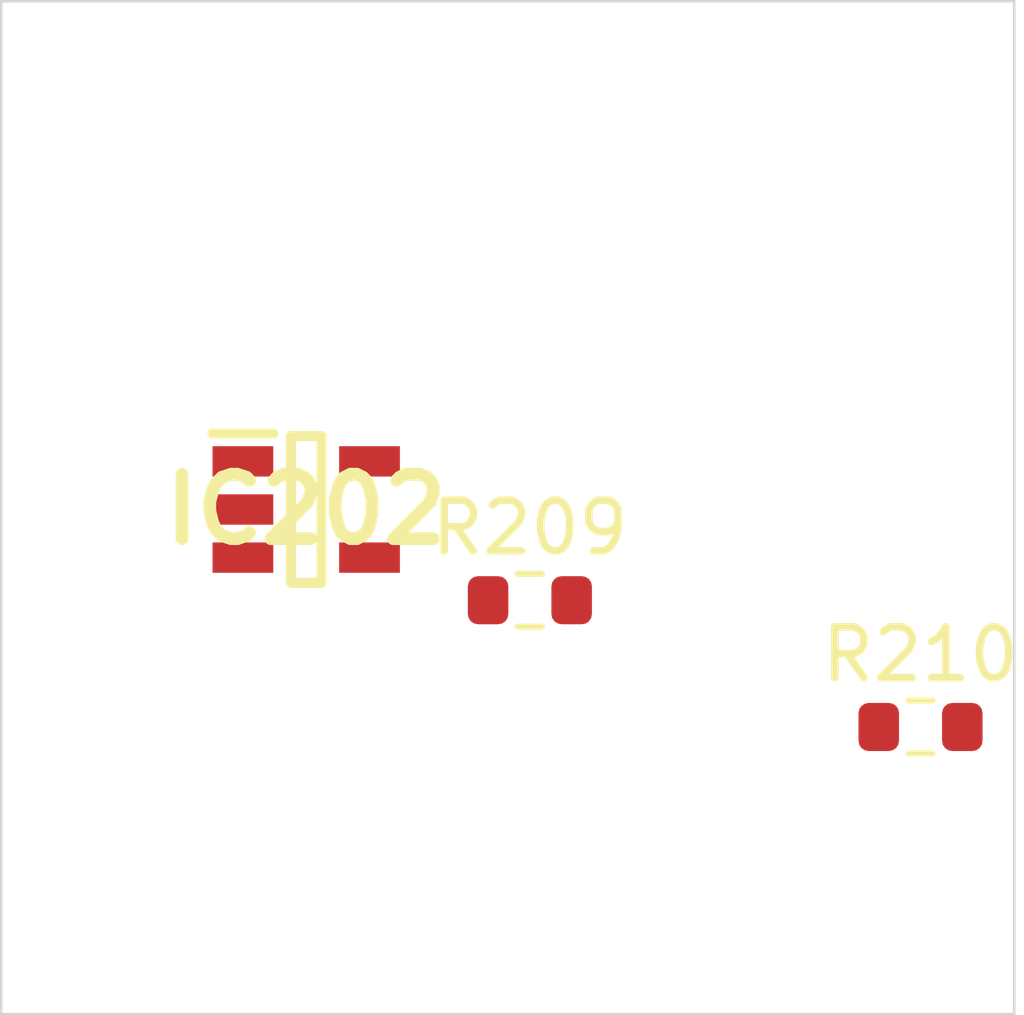
<source format=kicad_pcb>
 ( kicad_pcb  ( version 20171130 )
 ( host pcbnew 5.1.12-84ad8e8a86~92~ubuntu18.04.1 )
 ( general  ( thickness 1.6 )
 ( drawings 4 )
 ( tracks 0 )
 ( zones 0 )
 ( modules 3 )
 ( nets 5 )
)
 ( page A4 )
 ( layers  ( 0 F.Cu signal )
 ( 31 B.Cu signal )
 ( 32 B.Adhes user )
 ( 33 F.Adhes user )
 ( 34 B.Paste user )
 ( 35 F.Paste user )
 ( 36 B.SilkS user )
 ( 37 F.SilkS user )
 ( 38 B.Mask user )
 ( 39 F.Mask user )
 ( 40 Dwgs.User user )
 ( 41 Cmts.User user )
 ( 42 Eco1.User user )
 ( 43 Eco2.User user )
 ( 44 Edge.Cuts user )
 ( 45 Margin user )
 ( 46 B.CrtYd user )
 ( 47 F.CrtYd user )
 ( 48 B.Fab user )
 ( 49 F.Fab user )
)
 ( setup  ( last_trace_width 0.25 )
 ( trace_clearance 0.2 )
 ( zone_clearance 0.508 )
 ( zone_45_only no )
 ( trace_min 0.2 )
 ( via_size 0.8 )
 ( via_drill 0.4 )
 ( via_min_size 0.4 )
 ( via_min_drill 0.3 )
 ( uvia_size 0.3 )
 ( uvia_drill 0.1 )
 ( uvias_allowed no )
 ( uvia_min_size 0.2 )
 ( uvia_min_drill 0.1 )
 ( edge_width 0.05 )
 ( segment_width 0.2 )
 ( pcb_text_width 0.3 )
 ( pcb_text_size 1.5 1.5 )
 ( mod_edge_width 0.12 )
 ( mod_text_size 1 1 )
 ( mod_text_width 0.15 )
 ( pad_size 1.524 1.524 )
 ( pad_drill 0.762 )
 ( pad_to_mask_clearance 0 )
 ( aux_axis_origin 0 0 )
 ( visible_elements FFFFFF7F )
 ( pcbplotparams  ( layerselection 0x010fc_ffffffff )
 ( usegerberextensions false )
 ( usegerberattributes true )
 ( usegerberadvancedattributes true )
 ( creategerberjobfile true )
 ( excludeedgelayer true )
 ( linewidth 0.100000 )
 ( plotframeref false )
 ( viasonmask false )
 ( mode 1 )
 ( useauxorigin false )
 ( hpglpennumber 1 )
 ( hpglpenspeed 20 )
 ( hpglpendiameter 15.000000 )
 ( psnegative false )
 ( psa4output false )
 ( plotreference true )
 ( plotvalue true )
 ( plotinvisibletext false )
 ( padsonsilk false )
 ( subtractmaskfromsilk false )
 ( outputformat 1 )
 ( mirror false )
 ( drillshape 1 )
 ( scaleselection 1 )
 ( outputdirectory "" )
)
)
 ( net 0 "" )
 ( net 1 GND )
 ( net 2 VDDA )
 ( net 3 /Sheet6235D886/vp )
 ( net 4 "Net-(IC202-Pad3)" )
 ( net_class Default "This is the default net class."  ( clearance 0.2 )
 ( trace_width 0.25 )
 ( via_dia 0.8 )
 ( via_drill 0.4 )
 ( uvia_dia 0.3 )
 ( uvia_drill 0.1 )
 ( add_net /Sheet6235D886/vp )
 ( add_net GND )
 ( add_net "Net-(IC202-Pad3)" )
 ( add_net VDDA )
)
 ( module SOT95P280X145-5N locked  ( layer F.Cu )
 ( tedit 62336ED7 )
 ( tstamp 623423ED )
 ( at 86.020900 110.035000 )
 ( descr DBV0005A )
 ( tags "Integrated Circuit" )
 ( path /6235D887/6266C08E )
 ( attr smd )
 ( fp_text reference IC202  ( at 0 0 )
 ( layer F.SilkS )
 ( effects  ( font  ( size 1.27 1.27 )
 ( thickness 0.254 )
)
)
)
 ( fp_text value TL071HIDBVR  ( at 0 0 )
 ( layer F.SilkS )
hide  ( effects  ( font  ( size 1.27 1.27 )
 ( thickness 0.254 )
)
)
)
 ( fp_line  ( start -1.85 -1.5 )
 ( end -0.65 -1.5 )
 ( layer F.SilkS )
 ( width 0.2 )
)
 ( fp_line  ( start -0.3 1.45 )
 ( end -0.3 -1.45 )
 ( layer F.SilkS )
 ( width 0.2 )
)
 ( fp_line  ( start 0.3 1.45 )
 ( end -0.3 1.45 )
 ( layer F.SilkS )
 ( width 0.2 )
)
 ( fp_line  ( start 0.3 -1.45 )
 ( end 0.3 1.45 )
 ( layer F.SilkS )
 ( width 0.2 )
)
 ( fp_line  ( start -0.3 -1.45 )
 ( end 0.3 -1.45 )
 ( layer F.SilkS )
 ( width 0.2 )
)
 ( fp_line  ( start -0.8 -0.5 )
 ( end 0.15 -1.45 )
 ( layer Dwgs.User )
 ( width 0.1 )
)
 ( fp_line  ( start -0.8 1.45 )
 ( end -0.8 -1.45 )
 ( layer Dwgs.User )
 ( width 0.1 )
)
 ( fp_line  ( start 0.8 1.45 )
 ( end -0.8 1.45 )
 ( layer Dwgs.User )
 ( width 0.1 )
)
 ( fp_line  ( start 0.8 -1.45 )
 ( end 0.8 1.45 )
 ( layer Dwgs.User )
 ( width 0.1 )
)
 ( fp_line  ( start -0.8 -1.45 )
 ( end 0.8 -1.45 )
 ( layer Dwgs.User )
 ( width 0.1 )
)
 ( fp_line  ( start -2.1 1.775 )
 ( end -2.1 -1.775 )
 ( layer Dwgs.User )
 ( width 0.05 )
)
 ( fp_line  ( start 2.1 1.775 )
 ( end -2.1 1.775 )
 ( layer Dwgs.User )
 ( width 0.05 )
)
 ( fp_line  ( start 2.1 -1.775 )
 ( end 2.1 1.775 )
 ( layer Dwgs.User )
 ( width 0.05 )
)
 ( fp_line  ( start -2.1 -1.775 )
 ( end 2.1 -1.775 )
 ( layer Dwgs.User )
 ( width 0.05 )
)
 ( pad 1 smd rect  ( at -1.25 -0.95 90.000000 )
 ( size 0.6 1.2 )
 ( layers F.Cu F.Mask F.Paste )
 ( net 3 /Sheet6235D886/vp )
)
 ( pad 2 smd rect  ( at -1.25 0 90.000000 )
 ( size 0.6 1.2 )
 ( layers F.Cu F.Mask F.Paste )
 ( net 1 GND )
)
 ( pad 3 smd rect  ( at -1.25 0.95 90.000000 )
 ( size 0.6 1.2 )
 ( layers F.Cu F.Mask F.Paste )
 ( net 4 "Net-(IC202-Pad3)" )
)
 ( pad 4 smd rect  ( at 1.25 0.95 90.000000 )
 ( size 0.6 1.2 )
 ( layers F.Cu F.Mask F.Paste )
 ( net 3 /Sheet6235D886/vp )
)
 ( pad 5 smd rect  ( at 1.25 -0.95 90.000000 )
 ( size 0.6 1.2 )
 ( layers F.Cu F.Mask F.Paste )
 ( net 2 VDDA )
)
)
 ( module Resistor_SMD:R_0603_1608Metric  ( layer F.Cu )
 ( tedit 5F68FEEE )
 ( tstamp 62342595 )
 ( at 90.437200 111.826000 )
 ( descr "Resistor SMD 0603 (1608 Metric), square (rectangular) end terminal, IPC_7351 nominal, (Body size source: IPC-SM-782 page 72, https://www.pcb-3d.com/wordpress/wp-content/uploads/ipc-sm-782a_amendment_1_and_2.pdf), generated with kicad-footprint-generator" )
 ( tags resistor )
 ( path /6235D887/623CDBD9 )
 ( attr smd )
 ( fp_text reference R209  ( at 0 -1.43 )
 ( layer F.SilkS )
 ( effects  ( font  ( size 1 1 )
 ( thickness 0.15 )
)
)
)
 ( fp_text value 100k  ( at 0 1.43 )
 ( layer F.Fab )
 ( effects  ( font  ( size 1 1 )
 ( thickness 0.15 )
)
)
)
 ( fp_line  ( start -0.8 0.4125 )
 ( end -0.8 -0.4125 )
 ( layer F.Fab )
 ( width 0.1 )
)
 ( fp_line  ( start -0.8 -0.4125 )
 ( end 0.8 -0.4125 )
 ( layer F.Fab )
 ( width 0.1 )
)
 ( fp_line  ( start 0.8 -0.4125 )
 ( end 0.8 0.4125 )
 ( layer F.Fab )
 ( width 0.1 )
)
 ( fp_line  ( start 0.8 0.4125 )
 ( end -0.8 0.4125 )
 ( layer F.Fab )
 ( width 0.1 )
)
 ( fp_line  ( start -0.237258 -0.5225 )
 ( end 0.237258 -0.5225 )
 ( layer F.SilkS )
 ( width 0.12 )
)
 ( fp_line  ( start -0.237258 0.5225 )
 ( end 0.237258 0.5225 )
 ( layer F.SilkS )
 ( width 0.12 )
)
 ( fp_line  ( start -1.48 0.73 )
 ( end -1.48 -0.73 )
 ( layer F.CrtYd )
 ( width 0.05 )
)
 ( fp_line  ( start -1.48 -0.73 )
 ( end 1.48 -0.73 )
 ( layer F.CrtYd )
 ( width 0.05 )
)
 ( fp_line  ( start 1.48 -0.73 )
 ( end 1.48 0.73 )
 ( layer F.CrtYd )
 ( width 0.05 )
)
 ( fp_line  ( start 1.48 0.73 )
 ( end -1.48 0.73 )
 ( layer F.CrtYd )
 ( width 0.05 )
)
 ( fp_text user %R  ( at 0 0 )
 ( layer F.Fab )
 ( effects  ( font  ( size 0.4 0.4 )
 ( thickness 0.06 )
)
)
)
 ( pad 1 smd roundrect  ( at -0.825 0 )
 ( size 0.8 0.95 )
 ( layers F.Cu F.Mask F.Paste )
 ( roundrect_rratio 0.25 )
 ( net 2 VDDA )
)
 ( pad 2 smd roundrect  ( at 0.825 0 )
 ( size 0.8 0.95 )
 ( layers F.Cu F.Mask F.Paste )
 ( roundrect_rratio 0.25 )
 ( net 4 "Net-(IC202-Pad3)" )
)
 ( model ${KISYS3DMOD}/Resistor_SMD.3dshapes/R_0603_1608Metric.wrl  ( at  ( xyz 0 0 0 )
)
 ( scale  ( xyz 1 1 1 )
)
 ( rotate  ( xyz 0 0 0 )
)
)
)
 ( module Resistor_SMD:R_0603_1608Metric  ( layer F.Cu )
 ( tedit 5F68FEEE )
 ( tstamp 623425A6 )
 ( at 98.150600 114.329000 )
 ( descr "Resistor SMD 0603 (1608 Metric), square (rectangular) end terminal, IPC_7351 nominal, (Body size source: IPC-SM-782 page 72, https://www.pcb-3d.com/wordpress/wp-content/uploads/ipc-sm-782a_amendment_1_and_2.pdf), generated with kicad-footprint-generator" )
 ( tags resistor )
 ( path /6235D887/623CDBDF )
 ( attr smd )
 ( fp_text reference R210  ( at 0 -1.43 )
 ( layer F.SilkS )
 ( effects  ( font  ( size 1 1 )
 ( thickness 0.15 )
)
)
)
 ( fp_text value 100k  ( at 0 1.43 )
 ( layer F.Fab )
 ( effects  ( font  ( size 1 1 )
 ( thickness 0.15 )
)
)
)
 ( fp_line  ( start 1.48 0.73 )
 ( end -1.48 0.73 )
 ( layer F.CrtYd )
 ( width 0.05 )
)
 ( fp_line  ( start 1.48 -0.73 )
 ( end 1.48 0.73 )
 ( layer F.CrtYd )
 ( width 0.05 )
)
 ( fp_line  ( start -1.48 -0.73 )
 ( end 1.48 -0.73 )
 ( layer F.CrtYd )
 ( width 0.05 )
)
 ( fp_line  ( start -1.48 0.73 )
 ( end -1.48 -0.73 )
 ( layer F.CrtYd )
 ( width 0.05 )
)
 ( fp_line  ( start -0.237258 0.5225 )
 ( end 0.237258 0.5225 )
 ( layer F.SilkS )
 ( width 0.12 )
)
 ( fp_line  ( start -0.237258 -0.5225 )
 ( end 0.237258 -0.5225 )
 ( layer F.SilkS )
 ( width 0.12 )
)
 ( fp_line  ( start 0.8 0.4125 )
 ( end -0.8 0.4125 )
 ( layer F.Fab )
 ( width 0.1 )
)
 ( fp_line  ( start 0.8 -0.4125 )
 ( end 0.8 0.4125 )
 ( layer F.Fab )
 ( width 0.1 )
)
 ( fp_line  ( start -0.8 -0.4125 )
 ( end 0.8 -0.4125 )
 ( layer F.Fab )
 ( width 0.1 )
)
 ( fp_line  ( start -0.8 0.4125 )
 ( end -0.8 -0.4125 )
 ( layer F.Fab )
 ( width 0.1 )
)
 ( fp_text user %R  ( at 0 0 )
 ( layer F.Fab )
 ( effects  ( font  ( size 0.4 0.4 )
 ( thickness 0.06 )
)
)
)
 ( pad 2 smd roundrect  ( at 0.825 0 )
 ( size 0.8 0.95 )
 ( layers F.Cu F.Mask F.Paste )
 ( roundrect_rratio 0.25 )
 ( net 1 GND )
)
 ( pad 1 smd roundrect  ( at -0.825 0 )
 ( size 0.8 0.95 )
 ( layers F.Cu F.Mask F.Paste )
 ( roundrect_rratio 0.25 )
 ( net 4 "Net-(IC202-Pad3)" )
)
 ( model ${KISYS3DMOD}/Resistor_SMD.3dshapes/R_0603_1608Metric.wrl  ( at  ( xyz 0 0 0 )
)
 ( scale  ( xyz 1 1 1 )
)
 ( rotate  ( xyz 0 0 0 )
)
)
)
 ( gr_line  ( start 100 100 )
 ( end 100 120 )
 ( layer Edge.Cuts )
 ( width 0.05 )
 ( tstamp 62E770C4 )
)
 ( gr_line  ( start 80 120 )
 ( end 100 120 )
 ( layer Edge.Cuts )
 ( width 0.05 )
 ( tstamp 62E770C0 )
)
 ( gr_line  ( start 80 100 )
 ( end 100 100 )
 ( layer Edge.Cuts )
 ( width 0.05 )
 ( tstamp 6234110C )
)
 ( gr_line  ( start 80 100 )
 ( end 80 120 )
 ( layer Edge.Cuts )
 ( width 0.05 )
)
)

</source>
